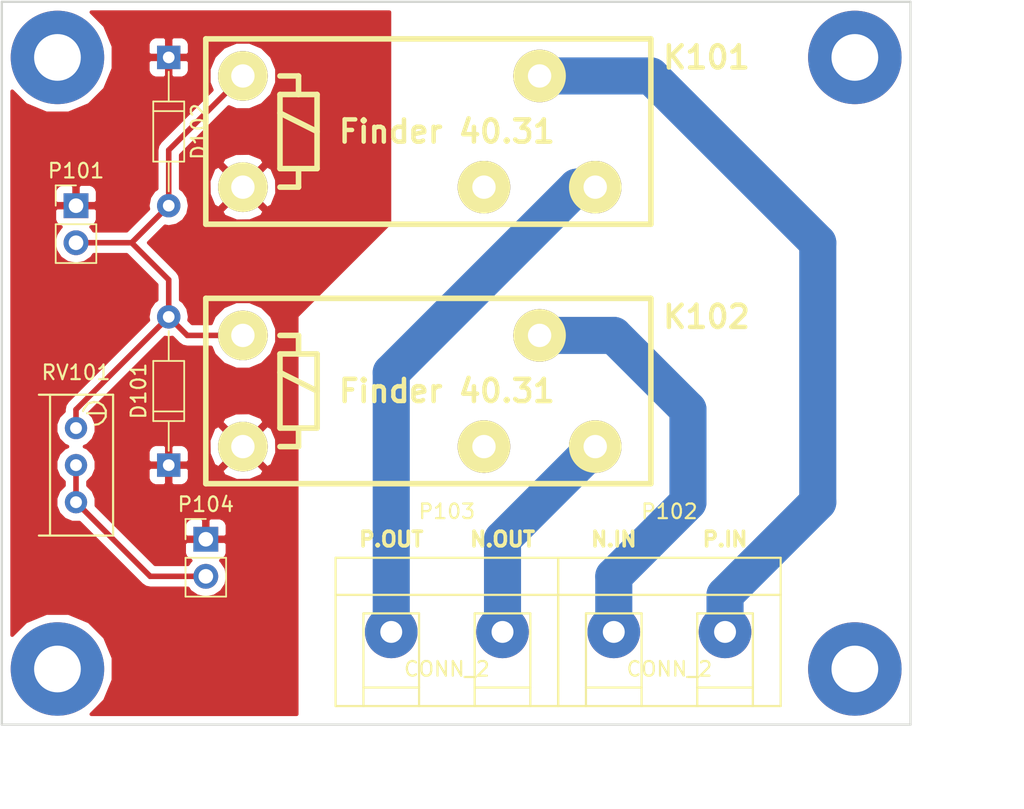
<source format=kicad_pcb>
(kicad_pcb (version 4) (host pcbnew 4.0.4+e1-6308~48~ubuntu15.10.1-stable)

  (general
    (links 16)
    (no_connects 0)
    (area 104.227143 69.755 184.403334 127.730001)
    (thickness 1.6)
    (drawings 10)
    (tracks 28)
    (zones 0)
    (modules 13)
    (nets 8)
  )

  (page A4)
  (layers
    (0 F.Cu signal)
    (31 B.Cu signal)
    (32 B.Adhes user)
    (33 F.Adhes user)
    (34 B.Paste user)
    (35 F.Paste user)
    (36 B.SilkS user)
    (37 F.SilkS user)
    (38 B.Mask user)
    (39 F.Mask user)
    (40 Dwgs.User user)
    (41 Cmts.User user)
    (42 Eco1.User user)
    (43 Eco2.User user)
    (44 Edge.Cuts user)
    (45 Margin user)
    (46 B.CrtYd user)
    (47 F.CrtYd user)
    (48 B.Fab user)
    (49 F.Fab user)
  )

  (setup
    (last_trace_width 0.25)
    (user_trace_width 0.381)
    (user_trace_width 0.508)
    (user_trace_width 0.762)
    (user_trace_width 1.016)
    (user_trace_width 1.524)
    (user_trace_width 2.54)
    (trace_clearance 0.2)
    (zone_clearance 0.508)
    (zone_45_only no)
    (trace_min 0.2)
    (segment_width 0.2)
    (edge_width 0.15)
    (via_size 0.6)
    (via_drill 0.4)
    (via_min_size 0.4)
    (via_min_drill 0.3)
    (user_via 1.524 0.762)
    (user_via 1.778 0.762)
    (uvia_size 0.3)
    (uvia_drill 0.1)
    (uvias_allowed no)
    (uvia_min_size 0.2)
    (uvia_min_drill 0.1)
    (pcb_text_width 0.3)
    (pcb_text_size 1 1)
    (mod_edge_width 0.15)
    (mod_text_size 1 1)
    (mod_text_width 0.15)
    (pad_size 1 1)
    (pad_drill 0.6)
    (pad_to_mask_clearance 0.1)
    (aux_axis_origin 138.43 114.3)
    (visible_elements FFFFFF7F)
    (pcbplotparams
      (layerselection 0x010f0_80000001)
      (usegerberextensions true)
      (excludeedgelayer true)
      (linewidth 0.100000)
      (plotframeref false)
      (viasonmask false)
      (mode 1)
      (useauxorigin false)
      (hpglpennumber 1)
      (hpglpenspeed 20)
      (hpglpendiameter 15)
      (hpglpenoverlay 2)
      (psnegative false)
      (psa4output false)
      (plotreference true)
      (plotvalue true)
      (plotinvisibletext false)
      (padsonsilk false)
      (subtractmaskfromsilk false)
      (outputformat 1)
      (mirror false)
      (drillshape 0)
      (scaleselection 1)
      (outputdirectory gerber/))
  )

  (net 0 "")
  (net 1 /K)
  (net 2 +5V)
  (net 3 /P.IN)
  (net 4 /P.OUT)
  (net 5 /N.IN)
  (net 6 /N.OUT)
  (net 7 /N.LED_K)

  (net_class Default "This is the default net class."
    (clearance 0.2)
    (trace_width 0.25)
    (via_dia 0.6)
    (via_drill 0.4)
    (uvia_dia 0.3)
    (uvia_drill 0.1)
    (add_net +5V)
    (add_net /K)
    (add_net /N.IN)
    (add_net /N.LED_K)
    (add_net /N.OUT)
    (add_net /P.IN)
    (add_net /P.OUT)
  )

  (module Pin_Headers:Pin_Header_Straight_1x02_Pitch2.54mm (layer F.Cu) (tedit 5862ED52) (tstamp 588686AC)
    (at 116.84 85.09)
    (descr "Through hole straight pin header, 1x02, 2.54mm pitch, single row")
    (tags "Through hole pin header THT 1x02 2.54mm single row")
    (path /54DBD0B7)
    (fp_text reference P101 (at 0 -2.39) (layer F.SilkS)
      (effects (font (size 1 1) (thickness 0.15)))
    )
    (fp_text value CONN_2 (at 0 4.93) (layer F.Fab)
      (effects (font (size 1 1) (thickness 0.15)))
    )
    (fp_line (start -1.27 -1.27) (end -1.27 3.81) (layer F.Fab) (width 0.1))
    (fp_line (start -1.27 3.81) (end 1.27 3.81) (layer F.Fab) (width 0.1))
    (fp_line (start 1.27 3.81) (end 1.27 -1.27) (layer F.Fab) (width 0.1))
    (fp_line (start 1.27 -1.27) (end -1.27 -1.27) (layer F.Fab) (width 0.1))
    (fp_line (start -1.39 1.27) (end -1.39 3.93) (layer F.SilkS) (width 0.12))
    (fp_line (start -1.39 3.93) (end 1.39 3.93) (layer F.SilkS) (width 0.12))
    (fp_line (start 1.39 3.93) (end 1.39 1.27) (layer F.SilkS) (width 0.12))
    (fp_line (start 1.39 1.27) (end -1.39 1.27) (layer F.SilkS) (width 0.12))
    (fp_line (start -1.39 0) (end -1.39 -1.39) (layer F.SilkS) (width 0.12))
    (fp_line (start -1.39 -1.39) (end 0 -1.39) (layer F.SilkS) (width 0.12))
    (fp_line (start -1.6 -1.6) (end -1.6 4.1) (layer F.CrtYd) (width 0.05))
    (fp_line (start -1.6 4.1) (end 1.6 4.1) (layer F.CrtYd) (width 0.05))
    (fp_line (start 1.6 4.1) (end 1.6 -1.6) (layer F.CrtYd) (width 0.05))
    (fp_line (start 1.6 -1.6) (end -1.6 -1.6) (layer F.CrtYd) (width 0.05))
    (pad 1 thru_hole rect (at 0 0) (size 1.7 1.7) (drill 1) (layers *.Cu *.Mask)
      (net 2 +5V))
    (pad 2 thru_hole oval (at 0 2.54) (size 1.7 1.7) (drill 1) (layers *.Cu *.Mask)
      (net 1 /K))
    (model Pin_Headers.3dshapes/Pin_Header_Straight_1x02_Pitch2.54mm.wrl
      (at (xyz 0 -0.05 0))
      (scale (xyz 1 1 1))
      (rotate (xyz 0 0 90))
    )
  )

  (module Potentiometers:Potentiometer_Bourns_3296W_3-8Zoll_Inline_ScrewUp (layer F.Cu) (tedit 58872EA3) (tstamp 588686CB)
    (at 116.84 100.33 180)
    (descr "3296, 3/8, Square, Trimpot, Trimming, Potentiometer, Bourns")
    (tags "3296, 3/8, Square, Trimpot, Trimming, Potentiometer, Bourns")
    (path /588526D4)
    (fp_text reference RV101 (at 0 3.81 180) (layer F.SilkS)
      (effects (font (size 1 1) (thickness 0.15)))
    )
    (fp_text value 4.7K (at 0 -8.89 180) (layer F.Fab)
      (effects (font (size 1 1) (thickness 0.15)))
    )
    (fp_line (start -2.032 1.016) (end -0.762 1.016) (layer F.SilkS) (width 0.15))
    (fp_line (start -1.2827 0.2286) (end -1.5367 0.2667) (layer F.SilkS) (width 0.15))
    (fp_line (start -1.5367 0.2667) (end -1.8161 0.4445) (layer F.SilkS) (width 0.15))
    (fp_line (start -1.8161 0.4445) (end -2.032 0.762) (layer F.SilkS) (width 0.15))
    (fp_line (start -2.032 0.762) (end -2.0447 1.2065) (layer F.SilkS) (width 0.15))
    (fp_line (start -2.0447 1.2065) (end -1.8415 1.5621) (layer F.SilkS) (width 0.15))
    (fp_line (start -1.8415 1.5621) (end -1.5494 1.7399) (layer F.SilkS) (width 0.15))
    (fp_line (start -1.5494 1.7399) (end -1.2319 1.7907) (layer F.SilkS) (width 0.15))
    (fp_line (start -1.2319 1.7907) (end -0.8255 1.6891) (layer F.SilkS) (width 0.15))
    (fp_line (start -0.8255 1.6891) (end -0.5715 1.3462) (layer F.SilkS) (width 0.15))
    (fp_line (start -0.5715 1.3462) (end -0.4826 1.1684) (layer F.SilkS) (width 0.15))
    (fp_line (start 1.778 -7.366) (end 1.778 2.286) (layer F.SilkS) (width 0.15))
    (fp_line (start -1.27 2.286) (end -2.54 2.286) (layer F.SilkS) (width 0.15))
    (fp_line (start -2.54 2.286) (end -2.54 -7.366) (layer F.SilkS) (width 0.15))
    (fp_line (start -2.54 -7.366) (end 2.54 -7.366) (layer F.SilkS) (width 0.15))
    (fp_line (start 2.54 2.286) (end 0 2.286) (layer F.SilkS) (width 0.15))
    (fp_line (start 0 2.286) (end -1.27 2.286) (layer F.SilkS) (width 0.15))
    (pad 2 thru_hole circle (at 0 -2.54 180) (size 1.524 1.524) (drill 0.8128) (layers *.Cu *.Mask)
      (net 7 /N.LED_K))
    (pad 3 thru_hole circle (at 0 -5.08 180) (size 1.524 1.524) (drill 0.8128) (layers *.Cu *.Mask)
      (net 7 /N.LED_K))
    (pad 1 thru_hole circle (at 0 0 180) (size 1.524 1.524) (drill 0.8128) (layers *.Cu *.Mask)
      (net 1 /K))
    (model Potentiometers.3dshapes/Potentiometer_Bourns_3296W_3-8Zoll_Inline_ScrewUp.wrl
      (at (xyz 0 0 0))
      (scale (xyz 1 1 1))
      (rotate (xyz 0 0 0))
    )
  )

  (module Pin_Headers:Pin_Header_Straight_1x02_Pitch2.54mm (layer F.Cu) (tedit 5862ED52) (tstamp 58868BDB)
    (at 125.73 107.95)
    (descr "Through hole straight pin header, 1x02, 2.54mm pitch, single row")
    (tags "Through hole pin header THT 1x02 2.54mm single row")
    (path /54D51280)
    (fp_text reference P104 (at 0 -2.39) (layer F.SilkS)
      (effects (font (size 1 1) (thickness 0.15)))
    )
    (fp_text value CONN_2 (at 0 4.93) (layer F.Fab)
      (effects (font (size 1 1) (thickness 0.15)))
    )
    (fp_line (start -1.27 -1.27) (end -1.27 3.81) (layer F.Fab) (width 0.1))
    (fp_line (start -1.27 3.81) (end 1.27 3.81) (layer F.Fab) (width 0.1))
    (fp_line (start 1.27 3.81) (end 1.27 -1.27) (layer F.Fab) (width 0.1))
    (fp_line (start 1.27 -1.27) (end -1.27 -1.27) (layer F.Fab) (width 0.1))
    (fp_line (start -1.39 1.27) (end -1.39 3.93) (layer F.SilkS) (width 0.12))
    (fp_line (start -1.39 3.93) (end 1.39 3.93) (layer F.SilkS) (width 0.12))
    (fp_line (start 1.39 3.93) (end 1.39 1.27) (layer F.SilkS) (width 0.12))
    (fp_line (start 1.39 1.27) (end -1.39 1.27) (layer F.SilkS) (width 0.12))
    (fp_line (start -1.39 0) (end -1.39 -1.39) (layer F.SilkS) (width 0.12))
    (fp_line (start -1.39 -1.39) (end 0 -1.39) (layer F.SilkS) (width 0.12))
    (fp_line (start -1.6 -1.6) (end -1.6 4.1) (layer F.CrtYd) (width 0.05))
    (fp_line (start -1.6 4.1) (end 1.6 4.1) (layer F.CrtYd) (width 0.05))
    (fp_line (start 1.6 4.1) (end 1.6 -1.6) (layer F.CrtYd) (width 0.05))
    (fp_line (start 1.6 -1.6) (end -1.6 -1.6) (layer F.CrtYd) (width 0.05))
    (pad 1 thru_hole rect (at 0 0) (size 1.7 1.7) (drill 1) (layers *.Cu *.Mask)
      (net 2 +5V))
    (pad 2 thru_hole oval (at 0 2.54) (size 1.7 1.7) (drill 1) (layers *.Cu *.Mask)
      (net 7 /N.LED_K))
    (model Pin_Headers.3dshapes/Pin_Header_Straight_1x02_Pitch2.54mm.wrl
      (at (xyz 0 -0.05 0))
      (scale (xyz 1 1 1))
      (rotate (xyz 0 0 90))
    )
  )

  (module Diodes_ThroughHole:D_DO-35_SOD27_P10.16mm_Horizontal (layer F.Cu) (tedit 5877C982) (tstamp 588A33F7)
    (at 123.19 102.87 90)
    (descr "D, DO-35_SOD27 series, Axial, Horizontal, pin pitch=10.16mm, , length*diameter=4*2mm^2, , http://www.diodes.com/_files/packages/DO-35.pdf")
    (tags "D DO-35_SOD27 series Axial Horizontal pin pitch 10.16mm  length 4mm diameter 2mm")
    (path /58869342)
    (fp_text reference D101 (at 5.08 -2.06 90) (layer F.SilkS)
      (effects (font (size 1 1) (thickness 0.15)))
    )
    (fp_text value 1N4148 (at 5.08 2.06 90) (layer F.Fab)
      (effects (font (size 1 1) (thickness 0.15)))
    )
    (fp_line (start 3.08 -1) (end 3.08 1) (layer F.Fab) (width 0.1))
    (fp_line (start 3.08 1) (end 7.08 1) (layer F.Fab) (width 0.1))
    (fp_line (start 7.08 1) (end 7.08 -1) (layer F.Fab) (width 0.1))
    (fp_line (start 7.08 -1) (end 3.08 -1) (layer F.Fab) (width 0.1))
    (fp_line (start 0 0) (end 3.08 0) (layer F.Fab) (width 0.1))
    (fp_line (start 10.16 0) (end 7.08 0) (layer F.Fab) (width 0.1))
    (fp_line (start 3.68 -1) (end 3.68 1) (layer F.Fab) (width 0.1))
    (fp_line (start 3.02 -1.06) (end 3.02 1.06) (layer F.SilkS) (width 0.12))
    (fp_line (start 3.02 1.06) (end 7.14 1.06) (layer F.SilkS) (width 0.12))
    (fp_line (start 7.14 1.06) (end 7.14 -1.06) (layer F.SilkS) (width 0.12))
    (fp_line (start 7.14 -1.06) (end 3.02 -1.06) (layer F.SilkS) (width 0.12))
    (fp_line (start 0.98 0) (end 3.02 0) (layer F.SilkS) (width 0.12))
    (fp_line (start 9.18 0) (end 7.14 0) (layer F.SilkS) (width 0.12))
    (fp_line (start 3.68 -1.06) (end 3.68 1.06) (layer F.SilkS) (width 0.12))
    (fp_line (start -1.05 -1.35) (end -1.05 1.35) (layer F.CrtYd) (width 0.05))
    (fp_line (start -1.05 1.35) (end 11.25 1.35) (layer F.CrtYd) (width 0.05))
    (fp_line (start 11.25 1.35) (end 11.25 -1.35) (layer F.CrtYd) (width 0.05))
    (fp_line (start 11.25 -1.35) (end -1.05 -1.35) (layer F.CrtYd) (width 0.05))
    (pad 1 thru_hole rect (at 0 0 90) (size 1.6 1.6) (drill 0.8) (layers *.Cu *.Mask)
      (net 2 +5V))
    (pad 2 thru_hole oval (at 10.16 0 90) (size 1.6 1.6) (drill 0.8) (layers *.Cu *.Mask)
      (net 1 /K))
    (model Diodes_ThroughHole.3dshapes/D_DO-35_SOD27_P10.16mm_Horizontal.wrl
      (at (xyz 0 0 0))
      (scale (xyz 0.393701 0.393701 0.393701))
      (rotate (xyz 0 0 0))
    )
  )

  (module Diodes_ThroughHole:D_DO-35_SOD27_P10.16mm_Horizontal (layer F.Cu) (tedit 5877C982) (tstamp 588A33FC)
    (at 123.19 74.93 270)
    (descr "D, DO-35_SOD27 series, Axial, Horizontal, pin pitch=10.16mm, , length*diameter=4*2mm^2, , http://www.diodes.com/_files/packages/DO-35.pdf")
    (tags "D DO-35_SOD27 series Axial Horizontal pin pitch 10.16mm  length 4mm diameter 2mm")
    (path /588694E9)
    (fp_text reference D102 (at 5.08 -2.06 270) (layer F.SilkS)
      (effects (font (size 1 1) (thickness 0.15)))
    )
    (fp_text value 1N4148 (at 5.08 2.06 270) (layer F.Fab)
      (effects (font (size 1 1) (thickness 0.15)))
    )
    (fp_line (start 3.08 -1) (end 3.08 1) (layer F.Fab) (width 0.1))
    (fp_line (start 3.08 1) (end 7.08 1) (layer F.Fab) (width 0.1))
    (fp_line (start 7.08 1) (end 7.08 -1) (layer F.Fab) (width 0.1))
    (fp_line (start 7.08 -1) (end 3.08 -1) (layer F.Fab) (width 0.1))
    (fp_line (start 0 0) (end 3.08 0) (layer F.Fab) (width 0.1))
    (fp_line (start 10.16 0) (end 7.08 0) (layer F.Fab) (width 0.1))
    (fp_line (start 3.68 -1) (end 3.68 1) (layer F.Fab) (width 0.1))
    (fp_line (start 3.02 -1.06) (end 3.02 1.06) (layer F.SilkS) (width 0.12))
    (fp_line (start 3.02 1.06) (end 7.14 1.06) (layer F.SilkS) (width 0.12))
    (fp_line (start 7.14 1.06) (end 7.14 -1.06) (layer F.SilkS) (width 0.12))
    (fp_line (start 7.14 -1.06) (end 3.02 -1.06) (layer F.SilkS) (width 0.12))
    (fp_line (start 0.98 0) (end 3.02 0) (layer F.SilkS) (width 0.12))
    (fp_line (start 9.18 0) (end 7.14 0) (layer F.SilkS) (width 0.12))
    (fp_line (start 3.68 -1.06) (end 3.68 1.06) (layer F.SilkS) (width 0.12))
    (fp_line (start -1.05 -1.35) (end -1.05 1.35) (layer F.CrtYd) (width 0.05))
    (fp_line (start -1.05 1.35) (end 11.25 1.35) (layer F.CrtYd) (width 0.05))
    (fp_line (start 11.25 1.35) (end 11.25 -1.35) (layer F.CrtYd) (width 0.05))
    (fp_line (start 11.25 -1.35) (end -1.05 -1.35) (layer F.CrtYd) (width 0.05))
    (pad 1 thru_hole rect (at 0 0 270) (size 1.6 1.6) (drill 0.8) (layers *.Cu *.Mask)
      (net 2 +5V))
    (pad 2 thru_hole oval (at 10.16 0 270) (size 1.6 1.6) (drill 0.8) (layers *.Cu *.Mask)
      (net 1 /K))
    (model Diodes_ThroughHole.3dshapes/D_DO-35_SOD27_P10.16mm_Horizontal.wrl
      (at (xyz 0 0 0))
      (scale (xyz 0.393701 0.393701 0.393701))
      (rotate (xyz 0 0 0))
    )
  )

  (module flem:Relay_40.31_Finder (layer F.Cu) (tedit 588F2E39) (tstamp 588A3813)
    (at 128.27 83.82)
    (descr "Relay, SPST, Schrack-RP-II/1, RM3.5mm, 8A250VAC")
    (tags "Relay, SPST,  Schrack-RP-II/1, RM3.5mm, 8A 250V AC, Reais. 1 x ein,")
    (path /53182CBD)
    (fp_text reference K101 (at 31.75 -8.89) (layer F.SilkS)
      (effects (font (thickness 0.3048)))
    )
    (fp_text value "Finder 40.31" (at 13.97 -3.81) (layer F.SilkS)
      (effects (font (thickness 0.3048)))
    )
    (fp_line (start 2.54 -5.08) (end 5.08 -3.81) (layer F.SilkS) (width 0.381))
    (fp_line (start 3.81 -1.27) (end 3.81 0) (layer F.SilkS) (width 0.381))
    (fp_line (start 3.81 0) (end 2.54 0) (layer F.SilkS) (width 0.381))
    (fp_line (start 2.54 -7.62) (end 3.81 -7.62) (layer F.SilkS) (width 0.381))
    (fp_line (start 3.81 -7.62) (end 3.81 -6.35) (layer F.SilkS) (width 0.381))
    (fp_line (start 3.81 -6.35) (end 5.08 -6.35) (layer F.SilkS) (width 0.381))
    (fp_line (start 5.08 -6.35) (end 5.08 -1.27) (layer F.SilkS) (width 0.381))
    (fp_line (start 5.08 -1.27) (end 2.54 -1.27) (layer F.SilkS) (width 0.381))
    (fp_line (start 2.54 -1.27) (end 2.54 -6.35) (layer F.SilkS) (width 0.381))
    (fp_line (start 2.54 -6.35) (end 3.81 -6.35) (layer F.SilkS) (width 0.381))
    (fp_line (start -2.54 -10.16) (end 27.94 -10.16) (layer F.SilkS) (width 0.381))
    (fp_line (start 27.94 -10.16) (end 27.94 2.54) (layer F.SilkS) (width 0.381))
    (fp_line (start 27.94 2.54) (end -2.54 2.54) (layer F.SilkS) (width 0.381))
    (fp_line (start -2.54 2.54) (end -2.54 -10.16) (layer F.SilkS) (width 0.381))
    (pad 12 thru_hole circle (at 16.51 0) (size 3.6 3.6) (drill 1.6) (layers *.Cu *.Mask F.SilkS))
    (pad A2 thru_hole circle (at 0 -7.62) (size 3.4 3.4) (drill 1.6) (layers *.Cu *.Mask F.SilkS)
      (net 1 /K))
    (pad A1 thru_hole circle (at 0 0) (size 3.4 3.4) (drill 1.6) (layers *.Cu *.Mask F.SilkS)
      (net 2 +5V))
    (pad 11 thru_hole circle (at 20.32 -7.62) (size 3.6 3.6) (drill 1.6) (layers *.Cu *.Mask F.SilkS)
      (net 3 /P.IN))
    (pad 14 thru_hole circle (at 24.13 0) (size 3.6 3.6) (drill 1.6) (layers *.Cu *.Mask F.SilkS)
      (net 4 /P.OUT))
  )

  (module flem:Relay_40.31_Finder (layer F.Cu) (tedit 588F2E35) (tstamp 588A381C)
    (at 128.27 101.6)
    (descr "Relay, SPST, Schrack-RP-II/1, RM3.5mm, 8A250VAC")
    (tags "Relay, SPST,  Schrack-RP-II/1, RM3.5mm, 8A 250V AC, Reais. 1 x ein,")
    (path /53178D6E)
    (fp_text reference K102 (at 31.75 -8.89) (layer F.SilkS)
      (effects (font (thickness 0.3048)))
    )
    (fp_text value "Finder 40.31" (at 13.97 -3.81) (layer F.SilkS)
      (effects (font (thickness 0.3048)))
    )
    (fp_line (start 2.54 -5.08) (end 5.08 -3.81) (layer F.SilkS) (width 0.381))
    (fp_line (start 3.81 -1.27) (end 3.81 0) (layer F.SilkS) (width 0.381))
    (fp_line (start 3.81 0) (end 2.54 0) (layer F.SilkS) (width 0.381))
    (fp_line (start 2.54 -7.62) (end 3.81 -7.62) (layer F.SilkS) (width 0.381))
    (fp_line (start 3.81 -7.62) (end 3.81 -6.35) (layer F.SilkS) (width 0.381))
    (fp_line (start 3.81 -6.35) (end 5.08 -6.35) (layer F.SilkS) (width 0.381))
    (fp_line (start 5.08 -6.35) (end 5.08 -1.27) (layer F.SilkS) (width 0.381))
    (fp_line (start 5.08 -1.27) (end 2.54 -1.27) (layer F.SilkS) (width 0.381))
    (fp_line (start 2.54 -1.27) (end 2.54 -6.35) (layer F.SilkS) (width 0.381))
    (fp_line (start 2.54 -6.35) (end 3.81 -6.35) (layer F.SilkS) (width 0.381))
    (fp_line (start -2.54 -10.16) (end 27.94 -10.16) (layer F.SilkS) (width 0.381))
    (fp_line (start 27.94 -10.16) (end 27.94 2.54) (layer F.SilkS) (width 0.381))
    (fp_line (start 27.94 2.54) (end -2.54 2.54) (layer F.SilkS) (width 0.381))
    (fp_line (start -2.54 2.54) (end -2.54 -10.16) (layer F.SilkS) (width 0.381))
    (pad 12 thru_hole circle (at 16.51 0) (size 3.6 3.6) (drill 1.6) (layers *.Cu *.Mask F.SilkS))
    (pad A2 thru_hole circle (at 0 -7.62) (size 3.4 3.4) (drill 1.6) (layers *.Cu *.Mask F.SilkS)
      (net 1 /K))
    (pad A1 thru_hole circle (at 0 0) (size 3.4 3.4) (drill 1.6) (layers *.Cu *.Mask F.SilkS)
      (net 2 +5V))
    (pad 11 thru_hole circle (at 20.32 -7.62) (size 3.6 3.6) (drill 1.6) (layers *.Cu *.Mask F.SilkS)
      (net 5 /N.IN))
    (pad 14 thru_hole circle (at 24.13 0) (size 3.6 3.6) (drill 1.6) (layers *.Cu *.Mask F.SilkS)
      (net 6 /N.OUT))
  )

  (module flem:CONN_AK350_02_7.62 (layer F.Cu) (tedit 589A1FED) (tstamp 588B715F)
    (at 153.67 114.3)
    (path /54DF41B4)
    (attr virtual)
    (fp_text reference P102 (at 3.81 -8.255) (layer F.SilkS)
      (effects (font (size 1 1) (thickness 0.15)))
    )
    (fp_text value CONN_2 (at 3.81 2.54) (layer F.SilkS)
      (effects (font (size 1 1) (thickness 0.15)))
    )
    (fp_line (start 5.715 3.81) (end 9.525 3.81) (layer F.SilkS) (width 0.15))
    (fp_line (start 5.715 5.08) (end 5.715 -1.27) (layer F.SilkS) (width 0.15))
    (fp_line (start 5.715 -1.27) (end 9.525 -1.27) (layer F.SilkS) (width 0.15))
    (fp_line (start 9.525 -1.27) (end 9.525 5.08) (layer F.SilkS) (width 0.15))
    (fp_line (start -1.905 3.81) (end 1.905 3.81) (layer F.SilkS) (width 0.15))
    (fp_line (start -1.905 5.08) (end -1.905 -1.27) (layer F.SilkS) (width 0.15))
    (fp_line (start -1.905 -1.27) (end 1.905 -1.27) (layer F.SilkS) (width 0.15))
    (fp_line (start 1.905 -1.27) (end 1.905 5.08) (layer F.SilkS) (width 0.15))
    (fp_line (start -3.81 -5.08) (end -3.81 5.08) (layer F.SilkS) (width 0.15))
    (fp_line (start 11.43 -5.08) (end 11.43 5.08) (layer F.SilkS) (width 0.15))
    (fp_line (start 11.43 -2.54) (end -3.81 -2.54) (layer F.SilkS) (width 0.15))
    (fp_line (start -3.81 -5.08) (end 11.43 -5.08) (layer F.SilkS) (width 0.15))
    (fp_line (start 11.43 5.08) (end -3.81 5.08) (layer F.SilkS) (width 0.15))
    (pad 1 thru_hole circle (at 0 0) (size 3.6 3.6) (drill 1.5) (layers *.Cu *.Mask)
      (net 5 /N.IN))
    (pad 2 thru_hole circle (at 7.62 0) (size 3.6 3.6) (drill 1.5) (layers *.Cu *.Mask)
      (net 3 /P.IN))
  )

  (module flem:CONN_AK350_02_7.62 (layer F.Cu) (tedit 589A1FE8) (tstamp 588B7172)
    (at 138.43 114.3)
    (path /54DF41F7)
    (attr virtual)
    (fp_text reference P103 (at 3.81 -8.255) (layer F.SilkS)
      (effects (font (size 1 1) (thickness 0.15)))
    )
    (fp_text value CONN_2 (at 3.81 2.54) (layer F.SilkS)
      (effects (font (size 1 1) (thickness 0.15)))
    )
    (fp_line (start 5.715 3.81) (end 9.525 3.81) (layer F.SilkS) (width 0.15))
    (fp_line (start 5.715 5.08) (end 5.715 -1.27) (layer F.SilkS) (width 0.15))
    (fp_line (start 5.715 -1.27) (end 9.525 -1.27) (layer F.SilkS) (width 0.15))
    (fp_line (start 9.525 -1.27) (end 9.525 5.08) (layer F.SilkS) (width 0.15))
    (fp_line (start -1.905 3.81) (end 1.905 3.81) (layer F.SilkS) (width 0.15))
    (fp_line (start -1.905 5.08) (end -1.905 -1.27) (layer F.SilkS) (width 0.15))
    (fp_line (start -1.905 -1.27) (end 1.905 -1.27) (layer F.SilkS) (width 0.15))
    (fp_line (start 1.905 -1.27) (end 1.905 5.08) (layer F.SilkS) (width 0.15))
    (fp_line (start -3.81 -5.08) (end -3.81 5.08) (layer F.SilkS) (width 0.15))
    (fp_line (start 11.43 -5.08) (end 11.43 5.08) (layer F.SilkS) (width 0.15))
    (fp_line (start 11.43 -2.54) (end -3.81 -2.54) (layer F.SilkS) (width 0.15))
    (fp_line (start -3.81 -5.08) (end 11.43 -5.08) (layer F.SilkS) (width 0.15))
    (fp_line (start 11.43 5.08) (end -3.81 5.08) (layer F.SilkS) (width 0.15))
    (pad 1 thru_hole circle (at 0 0) (size 3.6 3.6) (drill 1.5) (layers *.Cu *.Mask)
      (net 4 /P.OUT))
    (pad 2 thru_hole circle (at 7.62 0) (size 3.6 3.6) (drill 1.5) (layers *.Cu *.Mask)
      (net 6 /N.OUT))
  )

  (module Mounting_Holes:MountingHole_3.2mm_M3_Pad (layer F.Cu) (tedit 588F3229) (tstamp 588F32C3)
    (at 170.18 74.93)
    (descr "Mounting Hole 3.2mm, M3")
    (tags "mounting hole 3.2mm m3")
    (fp_text reference REF** (at 0 -4.2) (layer F.SilkS) hide
      (effects (font (size 1 1) (thickness 0.15)))
    )
    (fp_text value MountingHole_3.2mm_M3_Pad (at 0 4.2) (layer F.Fab) hide
      (effects (font (size 1 1) (thickness 0.15)))
    )
    (fp_circle (center 0 0) (end 3.2 0) (layer Cmts.User) (width 0.15))
    (fp_circle (center 0 0) (end 3.45 0) (layer F.CrtYd) (width 0.05))
    (pad 1 thru_hole circle (at 0 0) (size 6.4 6.4) (drill 3.2) (layers *.Cu *.Mask))
  )

  (module Mounting_Holes:MountingHole_3.2mm_M3_Pad (layer F.Cu) (tedit 588F323E) (tstamp 588F32DE)
    (at 115.57 74.93)
    (descr "Mounting Hole 3.2mm, M3")
    (tags "mounting hole 3.2mm m3")
    (fp_text reference REF** (at 0 -4.2) (layer F.SilkS) hide
      (effects (font (size 1 1) (thickness 0.15)))
    )
    (fp_text value MountingHole_3.2mm_M3_Pad (at 0 4.2) (layer F.Fab) hide
      (effects (font (size 1 1) (thickness 0.15)))
    )
    (fp_circle (center 0 0) (end 3.2 0) (layer Cmts.User) (width 0.15))
    (fp_circle (center 0 0) (end 3.45 0) (layer F.CrtYd) (width 0.05))
    (pad 1 thru_hole circle (at 0 0) (size 6.4 6.4) (drill 3.2) (layers *.Cu *.Mask))
  )

  (module Mounting_Holes:MountingHole_3.2mm_M3_Pad (layer F.Cu) (tedit 588F3250) (tstamp 588F32F4)
    (at 115.57 116.84)
    (descr "Mounting Hole 3.2mm, M3")
    (tags "mounting hole 3.2mm m3")
    (fp_text reference REF** (at 0 -4.2) (layer F.SilkS) hide
      (effects (font (size 1 1) (thickness 0.15)))
    )
    (fp_text value MountingHole_3.2mm_M3_Pad (at 0 4.2) (layer F.Fab) hide
      (effects (font (size 1 1) (thickness 0.15)))
    )
    (fp_circle (center 0 0) (end 3.2 0) (layer Cmts.User) (width 0.15))
    (fp_circle (center 0 0) (end 3.45 0) (layer F.CrtYd) (width 0.05))
    (pad 1 thru_hole circle (at 0 0) (size 6.4 6.4) (drill 3.2) (layers *.Cu *.Mask))
  )

  (module Mounting_Holes:MountingHole_3.2mm_M3_Pad (layer F.Cu) (tedit 588F3264) (tstamp 588F330A)
    (at 170.18 116.84)
    (descr "Mounting Hole 3.2mm, M3")
    (tags "mounting hole 3.2mm m3")
    (fp_text reference REF** (at 0 -4.2) (layer F.SilkS) hide
      (effects (font (size 1 1) (thickness 0.15)))
    )
    (fp_text value MountingHole_3.2mm_M3_Pad (at 0 4.2) (layer F.Fab) hide
      (effects (font (size 1 1) (thickness 0.15)))
    )
    (fp_circle (center 0 0) (end 3.2 0) (layer Cmts.User) (width 0.15))
    (fp_circle (center 0 0) (end 3.45 0) (layer F.CrtYd) (width 0.05))
    (pad 1 thru_hole circle (at 0 0) (size 6.4 6.4) (drill 3.2) (layers *.Cu *.Mask))
  )

  (dimension 49.53 (width 0.25) (layer Cmts.User)
    (gr_text "49,530 mm" (at 180.07 95.885 270) (layer Cmts.User)
      (effects (font (size 1 1) (thickness 0.25)))
    )
    (feature1 (pts (xy 173.99 120.65) (xy 181.07 120.65)))
    (feature2 (pts (xy 173.99 71.12) (xy 181.07 71.12)))
    (crossbar (pts (xy 179.07 71.12) (xy 179.07 120.65)))
    (arrow1a (pts (xy 179.07 120.65) (xy 178.483579 119.523496)))
    (arrow1b (pts (xy 179.07 120.65) (xy 179.656421 119.523496)))
    (arrow2a (pts (xy 179.07 71.12) (xy 178.483579 72.246504)))
    (arrow2b (pts (xy 179.07 71.12) (xy 179.656421 72.246504)))
  )
  (dimension 62.23 (width 0.25) (layer Cmts.User)
    (gr_text "62,230 mm" (at 142.875 126.73) (layer Cmts.User)
      (effects (font (size 1 1) (thickness 0.25)))
    )
    (feature1 (pts (xy 173.99 120.65) (xy 173.99 127.73)))
    (feature2 (pts (xy 111.76 120.65) (xy 111.76 127.73)))
    (crossbar (pts (xy 111.76 125.73) (xy 173.99 125.73)))
    (arrow1a (pts (xy 173.99 125.73) (xy 172.863496 126.316421)))
    (arrow1b (pts (xy 173.99 125.73) (xy 172.863496 125.143579)))
    (arrow2a (pts (xy 111.76 125.73) (xy 112.886504 126.316421)))
    (arrow2b (pts (xy 111.76 125.73) (xy 112.886504 125.143579)))
  )
  (gr_text N.OUT (at 146.05 107.95) (layer F.SilkS)
    (effects (font (size 1 1) (thickness 0.25)))
  )
  (gr_text N.IN (at 153.67 107.95) (layer F.SilkS)
    (effects (font (size 1 1) (thickness 0.25)))
  )
  (gr_text P.OUT (at 138.43 107.95) (layer F.SilkS)
    (effects (font (size 1 1) (thickness 0.25)))
  )
  (gr_text P.IN (at 161.29 107.95) (layer F.SilkS)
    (effects (font (size 1 1) (thickness 0.25)))
  )
  (gr_line (start 111.76 120.65) (end 111.76 71.12) (angle 90) (layer Edge.Cuts) (width 0.15))
  (gr_line (start 173.99 120.65) (end 111.76 120.65) (angle 90) (layer Edge.Cuts) (width 0.15))
  (gr_line (start 173.99 71.12) (end 173.99 120.65) (angle 90) (layer Edge.Cuts) (width 0.15))
  (gr_line (start 111.76 71.12) (end 173.99 71.12) (angle 90) (layer Edge.Cuts) (width 0.15))

  (segment (start 123.19 92.71) (end 116.84 99.06) (width 0.381) (layer F.Cu) (net 1))
  (segment (start 116.84 99.06) (end 116.84 100.33) (width 0.381) (layer F.Cu) (net 1) (tstamp 58872C6D))
  (segment (start 123.19 92.71) (end 124.46 93.98) (width 0.381) (layer F.Cu) (net 1))
  (segment (start 124.46 93.98) (end 128.27 93.98) (width 0.381) (layer F.Cu) (net 1) (tstamp 58872C65))
  (segment (start 120.65 87.63) (end 123.19 90.17) (width 0.381) (layer F.Cu) (net 1))
  (segment (start 123.19 90.17) (end 123.19 92.71) (width 0.381) (layer F.Cu) (net 1) (tstamp 58872C58))
  (segment (start 123.19 85.09) (end 120.65 87.63) (width 0.381) (layer F.Cu) (net 1))
  (segment (start 120.65 87.63) (end 116.84 87.63) (width 0.381) (layer F.Cu) (net 1) (tstamp 58872C3D))
  (segment (start 128.27 76.2) (end 123.19 81.28) (width 0.381) (layer F.Cu) (net 1))
  (segment (start 123.19 81.28) (end 123.19 85.09) (width 0.381) (layer F.Cu) (net 1) (tstamp 58872C26))
  (segment (start 161.29 114.3) (end 161.29 111.76) (width 2.54) (layer B.Cu) (net 3))
  (segment (start 156.21 76.2) (end 148.59 76.2) (width 2.54) (layer B.Cu) (net 3) (tstamp 58872A7B))
  (segment (start 167.64 87.63) (end 156.21 76.2) (width 2.54) (layer B.Cu) (net 3) (tstamp 58872A73))
  (segment (start 167.64 105.41) (end 167.64 87.63) (width 2.54) (layer B.Cu) (net 3) (tstamp 58872A6C))
  (segment (start 161.29 111.76) (end 167.64 105.41) (width 2.54) (layer B.Cu) (net 3) (tstamp 58872A6A))
  (segment (start 138.43 114.3) (end 138.43 96.52) (width 2.54) (layer B.Cu) (net 4))
  (segment (start 138.43 96.52) (end 151.13 83.82) (width 2.54) (layer B.Cu) (net 4) (tstamp 58872A89))
  (segment (start 151.13 83.82) (end 152.4 83.82) (width 2.54) (layer B.Cu) (net 4) (tstamp 58872A94))
  (segment (start 148.59 93.98) (end 153.67 93.98) (width 2.54) (layer B.Cu) (net 5))
  (segment (start 153.67 110.49) (end 158.75 105.41) (width 2.54) (layer B.Cu) (net 5) (tstamp 58872A63))
  (segment (start 158.75 105.41) (end 158.75 99.06) (width 2.54) (layer B.Cu) (net 5) (tstamp 58872A64))
  (segment (start 158.75 99.06) (end 153.67 93.98) (width 2.54) (layer B.Cu) (net 5) (tstamp 58872A65))
  (segment (start 153.67 110.49) (end 153.67 114.3) (width 2.54) (layer B.Cu) (net 5))
  (segment (start 146.05 114.3) (end 146.05 107.95) (width 2.54) (layer B.Cu) (net 6))
  (segment (start 146.05 107.95) (end 152.4 101.6) (width 2.54) (layer B.Cu) (net 6) (tstamp 58872A80))
  (segment (start 116.84 105.41) (end 121.92 110.49) (width 0.381) (layer F.Cu) (net 7))
  (segment (start 121.92 110.49) (end 125.73 110.49) (width 0.381) (layer F.Cu) (net 7) (tstamp 58872C78))
  (segment (start 116.84 102.87) (end 116.84 105.41) (width 0.381) (layer F.Cu) (net 7))

  (zone (net 2) (net_name +5V) (layer F.Cu) (tstamp 58872CA1) (hatch edge 0.508)
    (connect_pads (clearance 0.508))
    (min_thickness 0.254)
    (fill yes (arc_segments 16) (thermal_gap 0.508) (thermal_bridge_width 0.508))
    (polygon
      (pts
        (xy 132.08 120.65) (xy 132.08 92.71) (xy 138.43 86.36) (xy 138.43 71.12) (xy 111.76 71.12)
        (xy 111.76 120.65)
      )
    )
    (filled_polygon
      (pts
        (xy 138.303 86.307394) (xy 131.990197 92.620197) (xy 131.962334 92.662211) (xy 131.953 92.71) (xy 131.953 119.94)
        (xy 117.892832 119.94) (xy 118.819259 119.015189) (xy 119.404333 117.606175) (xy 119.405664 116.080518) (xy 118.82305 114.670485)
        (xy 117.745189 113.590741) (xy 116.336175 113.005667) (xy 114.810518 113.004336) (xy 113.400485 113.58695) (xy 112.47 114.515812)
        (xy 112.47 87.63) (xy 115.325907 87.63) (xy 115.438946 88.198285) (xy 115.760853 88.680054) (xy 116.242622 89.001961)
        (xy 116.810907 89.115) (xy 116.869093 89.115) (xy 117.437378 89.001961) (xy 117.919147 88.680054) (xy 118.069189 88.4555)
        (xy 120.308066 88.4555) (xy 122.3645 90.511933) (xy 122.3645 91.540771) (xy 122.175302 91.667189) (xy 121.864233 92.132736)
        (xy 121.755 92.681887) (xy 121.755 92.738113) (xy 121.794728 92.937838) (xy 116.256283 98.476283) (xy 116.077337 98.744094)
        (xy 116.077337 98.744095) (xy 116.0145 99.06) (xy 116.0145 99.180126) (xy 115.656371 99.53763) (xy 115.443243 100.0509)
        (xy 115.442758 100.606661) (xy 115.65499 101.120303) (xy 116.04763 101.513629) (xy 116.255512 101.599949) (xy 116.049697 101.68499)
        (xy 115.656371 102.07763) (xy 115.443243 102.5909) (xy 115.442758 103.146661) (xy 115.65499 103.660303) (xy 116.0145 104.020441)
        (xy 116.0145 104.260126) (xy 115.656371 104.61763) (xy 115.443243 105.1309) (xy 115.442758 105.686661) (xy 115.65499 106.200303)
        (xy 116.04763 106.593629) (xy 116.5609 106.806757) (xy 117.069767 106.807201) (xy 121.336283 111.073717) (xy 121.604094 111.252663)
        (xy 121.92 111.315501) (xy 121.920005 111.3155) (xy 124.500811 111.3155) (xy 124.650853 111.540054) (xy 125.132622 111.861961)
        (xy 125.700907 111.975) (xy 125.759093 111.975) (xy 126.327378 111.861961) (xy 126.809147 111.540054) (xy 127.131054 111.058285)
        (xy 127.244093 110.49) (xy 127.131054 109.921715) (xy 126.809147 109.439946) (xy 126.765223 109.410597) (xy 126.939698 109.338327)
        (xy 127.118327 109.159699) (xy 127.215 108.92631) (xy 127.215 108.23575) (xy 127.05625 108.077) (xy 125.857 108.077)
        (xy 125.857 108.097) (xy 125.603 108.097) (xy 125.603 108.077) (xy 124.40375 108.077) (xy 124.245 108.23575)
        (xy 124.245 108.92631) (xy 124.341673 109.159699) (xy 124.520302 109.338327) (xy 124.694777 109.410597) (xy 124.650853 109.439946)
        (xy 124.500811 109.6645) (xy 122.261934 109.6645) (xy 119.571124 106.97369) (xy 124.245 106.97369) (xy 124.245 107.66425)
        (xy 124.40375 107.823) (xy 125.603 107.823) (xy 125.603 106.62375) (xy 125.857 106.62375) (xy 125.857 107.823)
        (xy 127.05625 107.823) (xy 127.215 107.66425) (xy 127.215 106.97369) (xy 127.118327 106.740301) (xy 126.939698 106.561673)
        (xy 126.706309 106.465) (xy 126.01575 106.465) (xy 125.857 106.62375) (xy 125.603 106.62375) (xy 125.44425 106.465)
        (xy 124.753691 106.465) (xy 124.520302 106.561673) (xy 124.341673 106.740301) (xy 124.245 106.97369) (xy 119.571124 106.97369)
        (xy 118.2368 105.639366) (xy 118.237242 105.133339) (xy 118.02501 104.619697) (xy 117.6655 104.259559) (xy 117.6655 104.019874)
        (xy 118.023629 103.66237) (xy 118.233995 103.15575) (xy 121.755 103.15575) (xy 121.755 103.796309) (xy 121.851673 104.029698)
        (xy 122.030301 104.208327) (xy 122.26369 104.305) (xy 122.90425 104.305) (xy 123.063 104.14625) (xy 123.063 102.997)
        (xy 123.317 102.997) (xy 123.317 104.14625) (xy 123.47575 104.305) (xy 124.11631 104.305) (xy 124.349699 104.208327)
        (xy 124.528327 104.029698) (xy 124.625 103.796309) (xy 124.625 103.258422) (xy 126.791183 103.258422) (xy 126.975371 103.59797)
        (xy 127.838509 103.941316) (xy 128.767336 103.928218) (xy 129.564629 103.59797) (xy 129.748817 103.258422) (xy 128.27 101.779605)
        (xy 126.791183 103.258422) (xy 124.625 103.258422) (xy 124.625 103.15575) (xy 124.46625 102.997) (xy 123.317 102.997)
        (xy 123.063 102.997) (xy 121.91375 102.997) (xy 121.755 103.15575) (xy 118.233995 103.15575) (xy 118.236757 103.1491)
        (xy 118.237242 102.593339) (xy 118.02501 102.079697) (xy 117.889242 101.943691) (xy 121.755 101.943691) (xy 121.755 102.58425)
        (xy 121.91375 102.743) (xy 123.063 102.743) (xy 123.063 101.59375) (xy 123.317 101.59375) (xy 123.317 102.743)
        (xy 124.46625 102.743) (xy 124.625 102.58425) (xy 124.625 101.943691) (xy 124.528327 101.710302) (xy 124.349699 101.531673)
        (xy 124.11631 101.435) (xy 123.47575 101.435) (xy 123.317 101.59375) (xy 123.063 101.59375) (xy 122.90425 101.435)
        (xy 122.26369 101.435) (xy 122.030301 101.531673) (xy 121.851673 101.710302) (xy 121.755 101.943691) (xy 117.889242 101.943691)
        (xy 117.63237 101.686371) (xy 117.424488 101.600051) (xy 117.630303 101.51501) (xy 117.977409 101.168509) (xy 125.928684 101.168509)
        (xy 125.941782 102.097336) (xy 126.27203 102.894629) (xy 126.611578 103.078817) (xy 128.090395 101.6) (xy 128.449605 101.6)
        (xy 129.928422 103.078817) (xy 130.26797 102.894629) (xy 130.611316 102.031491) (xy 130.598218 101.102664) (xy 130.26797 100.305371)
        (xy 129.928422 100.121183) (xy 128.449605 101.6) (xy 128.090395 101.6) (xy 126.611578 100.121183) (xy 126.27203 100.305371)
        (xy 125.928684 101.168509) (xy 117.977409 101.168509) (xy 118.023629 101.12237) (xy 118.236757 100.6091) (xy 118.237242 100.053339)
        (xy 118.191064 99.941578) (xy 126.791183 99.941578) (xy 128.27 101.420395) (xy 129.748817 99.941578) (xy 129.564629 99.60203)
        (xy 128.701491 99.258684) (xy 127.772664 99.271782) (xy 126.975371 99.60203) (xy 126.791183 99.941578) (xy 118.191064 99.941578)
        (xy 118.02501 99.539697) (xy 117.776591 99.290843) (xy 122.943377 94.124057) (xy 123.19 94.173113) (xy 123.436623 94.124057)
        (xy 123.876281 94.563714) (xy 123.876283 94.563717) (xy 124.036824 94.670987) (xy 124.144094 94.742663) (xy 124.46 94.8055)
        (xy 126.084616 94.8055) (xy 126.289329 95.300943) (xy 126.945602 95.958362) (xy 127.803502 96.314593) (xy 128.732422 96.315404)
        (xy 129.590943 95.960671) (xy 130.248362 95.304398) (xy 130.604593 94.446498) (xy 130.605404 93.517578) (xy 130.250671 92.659057)
        (xy 129.594398 92.001638) (xy 128.736498 91.645407) (xy 127.807578 91.644596) (xy 126.949057 91.999329) (xy 126.291638 92.655602)
        (xy 126.084478 93.1545) (xy 124.801933 93.1545) (xy 124.585272 92.937839) (xy 124.625 92.738113) (xy 124.625 92.681887)
        (xy 124.515767 92.132736) (xy 124.204698 91.667189) (xy 124.0155 91.540771) (xy 124.0155 90.17) (xy 123.952663 89.854095)
        (xy 123.773717 89.586283) (xy 123.773714 89.586281) (xy 121.817434 87.63) (xy 122.943377 86.504057) (xy 123.19 86.553113)
        (xy 123.739151 86.44388) (xy 124.204698 86.132811) (xy 124.515767 85.667264) (xy 124.55333 85.478422) (xy 126.791183 85.478422)
        (xy 126.975371 85.81797) (xy 127.838509 86.161316) (xy 128.767336 86.148218) (xy 129.564629 85.81797) (xy 129.748817 85.478422)
        (xy 128.27 83.999605) (xy 126.791183 85.478422) (xy 124.55333 85.478422) (xy 124.625 85.118113) (xy 124.625 85.061887)
        (xy 124.515767 84.512736) (xy 124.204698 84.047189) (xy 124.0155 83.920771) (xy 124.0155 83.388509) (xy 125.928684 83.388509)
        (xy 125.941782 84.317336) (xy 126.27203 85.114629) (xy 126.611578 85.298817) (xy 128.090395 83.82) (xy 128.449605 83.82)
        (xy 129.928422 85.298817) (xy 130.26797 85.114629) (xy 130.611316 84.251491) (xy 130.598218 83.322664) (xy 130.26797 82.525371)
        (xy 129.928422 82.341183) (xy 128.449605 83.82) (xy 128.090395 83.82) (xy 126.611578 82.341183) (xy 126.27203 82.525371)
        (xy 125.928684 83.388509) (xy 124.0155 83.388509) (xy 124.0155 82.161578) (xy 126.791183 82.161578) (xy 128.27 83.640395)
        (xy 129.748817 82.161578) (xy 129.564629 81.82203) (xy 128.701491 81.478684) (xy 127.772664 81.491782) (xy 126.975371 81.82203)
        (xy 126.791183 82.161578) (xy 124.0155 82.161578) (xy 124.0155 81.621934) (xy 127.308418 78.329016) (xy 127.803502 78.534593)
        (xy 128.732422 78.535404) (xy 129.590943 78.180671) (xy 130.248362 77.524398) (xy 130.604593 76.666498) (xy 130.605404 75.737578)
        (xy 130.250671 74.879057) (xy 129.594398 74.221638) (xy 128.736498 73.865407) (xy 127.807578 73.864596) (xy 126.949057 74.219329)
        (xy 126.291638 74.875602) (xy 125.935407 75.733502) (xy 125.934596 76.662422) (xy 126.140885 77.161681) (xy 122.606283 80.696283)
        (xy 122.427337 80.964094) (xy 122.427337 80.964095) (xy 122.3645 81.28) (xy 122.3645 83.920771) (xy 122.175302 84.047189)
        (xy 121.864233 84.512736) (xy 121.755 85.061887) (xy 121.755 85.118113) (xy 121.794728 85.317839) (xy 120.308066 86.8045)
        (xy 118.069189 86.8045) (xy 117.919147 86.579946) (xy 117.875223 86.550597) (xy 118.049698 86.478327) (xy 118.228327 86.299699)
        (xy 118.325 86.06631) (xy 118.325 85.37575) (xy 118.16625 85.217) (xy 116.967 85.217) (xy 116.967 85.237)
        (xy 116.713 85.237) (xy 116.713 85.217) (xy 115.51375 85.217) (xy 115.355 85.37575) (xy 115.355 86.06631)
        (xy 115.451673 86.299699) (xy 115.630302 86.478327) (xy 115.804777 86.550597) (xy 115.760853 86.579946) (xy 115.438946 87.061715)
        (xy 115.325907 87.63) (xy 112.47 87.63) (xy 112.47 84.11369) (xy 115.355 84.11369) (xy 115.355 84.80425)
        (xy 115.51375 84.963) (xy 116.713 84.963) (xy 116.713 83.76375) (xy 116.967 83.76375) (xy 116.967 84.963)
        (xy 118.16625 84.963) (xy 118.325 84.80425) (xy 118.325 84.11369) (xy 118.228327 83.880301) (xy 118.049698 83.701673)
        (xy 117.816309 83.605) (xy 117.12575 83.605) (xy 116.967 83.76375) (xy 116.713 83.76375) (xy 116.55425 83.605)
        (xy 115.863691 83.605) (xy 115.630302 83.701673) (xy 115.451673 83.880301) (xy 115.355 84.11369) (xy 112.47 84.11369)
        (xy 112.47 77.252832) (xy 113.394811 78.179259) (xy 114.803825 78.764333) (xy 116.329482 78.765664) (xy 117.739515 78.18305)
        (xy 118.819259 77.105189) (xy 119.404333 75.696175) (xy 119.404752 75.21575) (xy 121.755 75.21575) (xy 121.755 75.856309)
        (xy 121.851673 76.089698) (xy 122.030301 76.268327) (xy 122.26369 76.365) (xy 122.90425 76.365) (xy 123.063 76.20625)
        (xy 123.063 75.057) (xy 123.317 75.057) (xy 123.317 76.20625) (xy 123.47575 76.365) (xy 124.11631 76.365)
        (xy 124.349699 76.268327) (xy 124.528327 76.089698) (xy 124.625 75.856309) (xy 124.625 75.21575) (xy 124.46625 75.057)
        (xy 123.317 75.057) (xy 123.063 75.057) (xy 121.91375 75.057) (xy 121.755 75.21575) (xy 119.404752 75.21575)
        (xy 119.405664 74.170518) (xy 119.336733 74.003691) (xy 121.755 74.003691) (xy 121.755 74.64425) (xy 121.91375 74.803)
        (xy 123.063 74.803) (xy 123.063 73.65375) (xy 123.317 73.65375) (xy 123.317 74.803) (xy 124.46625 74.803)
        (xy 124.625 74.64425) (xy 124.625 74.003691) (xy 124.528327 73.770302) (xy 124.349699 73.591673) (xy 124.11631 73.495)
        (xy 123.47575 73.495) (xy 123.317 73.65375) (xy 123.063 73.65375) (xy 122.90425 73.495) (xy 122.26369 73.495)
        (xy 122.030301 73.591673) (xy 121.851673 73.770302) (xy 121.755 74.003691) (xy 119.336733 74.003691) (xy 118.82305 72.760485)
        (xy 117.894188 71.83) (xy 138.303 71.83)
      )
    )
  )
)

</source>
